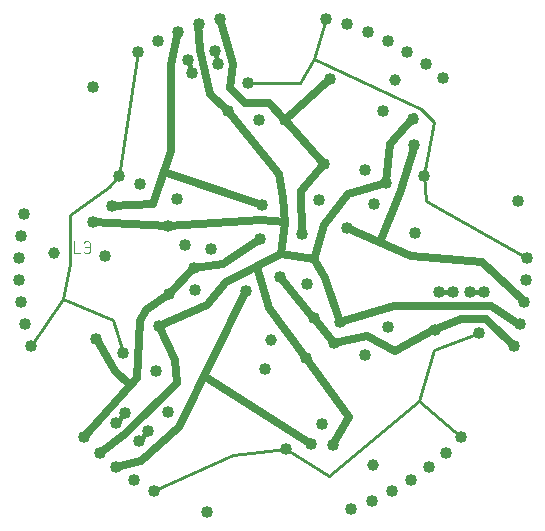
<source format=gbr>
G04 start of page 6 for group 4 idx 2
G04 Title: RADE, power *
G04 Creator: pcb-bin 20060822 *
G04 CreationDate: Tue Dec 12 12:58:33 2006 UTC *
G04 For: stephan *
G04 Format: Gerber/RS-274X *
G04 PCB-Dimensions: 236220 236220 *
G04 PCB-Coordinate-Origin: lower left *
%MOIN*%
%FSLAX24Y24*%
%LNGROUP4*%
%ADD11C,0.0275*%
%ADD12C,0.0159*%
%ADD13C,0.0100*%
%ADD14C,0.0040*%
%ADD15C,0.0400*%
%ADD16C,0.0394*%
%ADD17C,0.0160*%
%ADD18C,0.0157*%
G54D11*X20051Y9893D02*X19094Y10511D01*
X18917Y10078D02*X19861Y9195D01*
X20202Y10631D02*X18799Y11968D01*
G54D12*X18385Y10984D02*X18838D01*
G54D11*X18070Y10078D02*X18917Y10078D01*
G54D13*X16929Y13996D02*X20275Y12106D01*
X18090Y6141D02*X16673Y7362D01*
X17185Y9055D01*
G54D11*Y9724D02*X18070Y10078D01*
G54D13*X17185Y9055D02*X18681Y9606D01*
G54D11*X18799Y11968D02*X16417Y12165D01*
G54D12*X17362Y10984D02*X17815D01*
G54D11*X15885Y9015D02*X17224Y9744D01*
X19094Y10511D02*X15866D01*
X16535Y15885D02*X16063Y14271D01*
X15590Y14625D02*X14330Y14251D01*
X16063Y14271D02*X15393Y12657D01*
X16417Y12165D02*X14291Y13129D01*
G54D13*X16850Y14881D02*X16929Y13996D01*
G54D11*X14330Y14251D02*X13503Y13228D01*
G54D13*X17185Y16653D02*X16850Y14881D01*
G54D11*X16515Y16811D02*X15728Y15925D01*
G54D13*X16752Y17086D02*X17185Y16653D01*
X13189Y18759D02*X16752Y17086D01*
G54D11*X15728Y15925D02*X15590Y14645D01*
G54D13*X12716Y17933D02*X13189Y18759D01*
G54D11*X13523Y15255D02*X12755Y14350D01*
X12224Y16712D02*X13523Y15255D01*
X13720Y18090D02*X12224Y16712D01*
X15866Y10511D02*X14055Y9980D01*
X14940Y9527D02*X15885Y9015D01*
X13838Y9271D02*X14940Y9527D01*
X13188Y10118D02*X13838Y9271D01*
X14350Y6811D02*X13799Y5846D01*
G54D13*X13681Y4862D02*X16673Y7362D01*
G54D11*X13543Y11456D02*X13188Y12066D01*
X12224Y13287D02*X12165Y14114D01*
X12755Y14350D02*X12775Y12913D01*
X12086Y12244D02*X12224Y13287D01*
X13503Y13228D02*X13188Y12047D01*
Y12066D02*X12086Y12244D01*
X14055Y9980D02*X13543Y11456D01*
X13188Y10078D02*X12047Y11476D01*
X11692Y10452D02*X12913Y8779D01*
X14350Y6811D01*
X13090Y5905D02*X9527Y8188D01*
X9606Y10551D02*X10236Y11299D01*
X8681Y6495D02*X10925Y11023D01*
G54D13*X13570Y20090D02*X13189Y18759D01*
X10984Y17933D02*X12716D01*
G54D11*X11693Y17283D02*X12224Y16712D01*
X10885Y17283D02*X11693Y17283D01*
X10393Y17795D02*X10885Y17283D01*
X12007Y14921D02*X10315Y17027D01*
X10051Y20090D02*X10492Y18582D01*
G54D12*X9980D02*X9881Y19015D01*
G54D11*X9333Y19900D02*X9389Y19055D01*
X10492Y18582D02*X10393Y17795D01*
X9724Y17578D02*X10315Y17027D01*
X9389Y19055D02*X9724Y17578D01*
G54D12*X9114Y18287D02*X8996Y18720D01*
G54D11*X8641Y19665D02*X8425Y18543D01*
X12165Y14114D02*X12007Y14921D01*
X11299Y11811D02*X11692Y10452D01*
X10236Y11299D02*X12086Y12244D01*
X11417Y13366D02*X12224Y13326D01*
X10137Y11909D02*X11397Y12736D01*
X8346Y10925D02*X9173Y11771D01*
X10137Y11909D01*
X8307Y13169D02*X11417Y13366D01*
X8189Y14980D02*X11437Y13877D01*
X8425Y18543D02*Y15688D01*
X7814Y13917D02*X8425Y15688D01*
G54D13*X6692Y14842D02*X7327Y18993D01*
X12244Y5748D02*X13681Y4862D01*
X10492Y5531D02*X12244Y5748D01*
X7834Y4330D02*X10492Y5531D01*
G54D11*X7421Y5334D02*X8681Y6495D01*
G54D12*X7657Y6358D02*X7342Y6023D01*
G54D11*X6599Y5140D02*X7421Y5334D01*
X6043Y5610D02*X6889Y6259D01*
X8031Y9842D02*X9606Y10551D01*
X8622Y7952D02*X8543Y8720D01*
X8031Y9842D01*
X7401Y10000D02*X7578Y10374D01*
X7283Y8110D02*X7401Y10000D01*
G54D13*X6811Y8976D02*X6476Y10039D01*
G54D11*X7047Y7874D02*X6535Y8346D01*
X6889Y6259D02*X8622Y7952D01*
X6535Y8346D02*X5905Y9448D01*
G54D12*X6889Y6948D02*X6574Y6614D01*
G54D11*X5511Y6141D02*X7283Y8110D01*
X6436Y13858D02*X7814Y13917D01*
X7578Y10374D02*X8346Y10925D01*
X5807Y13326D02*X8307Y13169D01*
G54D13*X6358Y14468D02*X6692Y14842D01*
X5039Y13543D02*X6358Y14468D01*
X5039Y11909D02*Y13543D01*
X4803Y10748D02*X5039Y11909D01*
X6476Y10039D02*X4803Y10748D01*
X3760Y9195D02*X4803Y10748D01*
G54D14*X5196Y12675D02*Y12275D01*
X5396D01*
X5516Y12625D02*X5566Y12675D01*
X5666D01*
X5716Y12625D01*
Y12325D01*
X5666Y12275D02*X5716Y12325D01*
X5566Y12275D02*X5666D01*
X5516Y12325D02*X5566Y12275D01*
Y12475D02*X5716D01*
G54D15*X20058Y9906D03*
X20264Y11368D03*
X20270Y12106D03*
X20193Y10633D03*
X19861Y9195D03*
X17583Y5620D03*
X18101Y6147D03*
X17022Y5140D03*
X16421Y4712D03*
X15784Y4337D03*
X15118Y4019D03*
X14426Y3760D03*
X6599Y5140D03*
X7200Y4712D03*
X7837Y4337D03*
X6038Y5620D03*
X9620Y3634D03*
X5520Y6147D03*
X19987Y14001D03*
X17474Y18101D03*
X16905Y18571D03*
X16296Y18989D03*
X15653Y19353D03*
X14981Y19659D03*
X14285Y19905D03*
X13570Y20090D03*
X10051D03*
X9336Y19905D03*
X8640Y19659D03*
X7968Y19353D03*
X7325Y18989D03*
X5825Y17796D03*
X3531Y13570D03*
X3409Y12842D03*
X3760Y9195D03*
X3563Y9906D03*
X3428Y10633D03*
X3358Y11368D03*
X3351Y12106D03*
X16555Y12952D03*
X16850Y14862D03*
X16515Y15866D03*
X16496Y16751D03*
X15177Y13897D03*
X14291Y13129D03*
X13346Y14055D03*
X13818Y5885D03*
X12913Y8779D03*
G54D16*X15157Y5196D03*
G54D15*X13464Y6574D03*
X13090Y5925D03*
X12244Y5748D03*
X17815Y10984D03*
X17362D03*
X18838D03*
X18385D03*
X18681Y9606D03*
X17204Y9724D03*
X12952Y11259D03*
X12775Y12913D03*
X12047Y11476D03*
X15649Y9822D03*
X14901Y8877D03*
X14055Y9980D03*
X13858Y9291D03*
X13188Y10118D03*
G54D16*X11752Y9389D03*
G54D15*X15590Y14625D03*
X15492Y17007D03*
X13720Y18090D03*
X14881Y15059D03*
X13523Y15255D03*
X12224Y16712D03*
X11358Y16712D03*
G54D16*X15885Y18031D03*
G54D15*X10984Y17933D03*
X10315Y17027D03*
X9881Y19015D03*
X9114Y18287D03*
X9980Y18582D03*
X8996Y18720D03*
X11437Y13878D03*
X11397Y12736D03*
X9744Y12401D03*
X9212Y11062D03*
X9173Y11771D03*
X8346Y10925D03*
X6811Y8937D03*
X8897Y12559D03*
X8621Y14074D03*
X8307Y13169D03*
X7381Y14566D03*
X6692Y14842D03*
X10925Y11023D03*
X6437Y13858D03*
X11555Y8405D03*
X8031Y9842D03*
X7933Y8346D03*
X8307Y6968D03*
X7342Y6023D03*
X6889Y6948D03*
X7657Y6358D03*
X6574Y6614D03*
X5905Y9429D03*
X6220Y12184D03*
X5826Y13326D03*
G54D16*X4507Y12283D03*
G54D17*%LNGROUP4_C1*%
%LPC*%
G54D18*G54D17*G54D18*G54D17*G54D18*G54D17*G54D18*M02*

</source>
